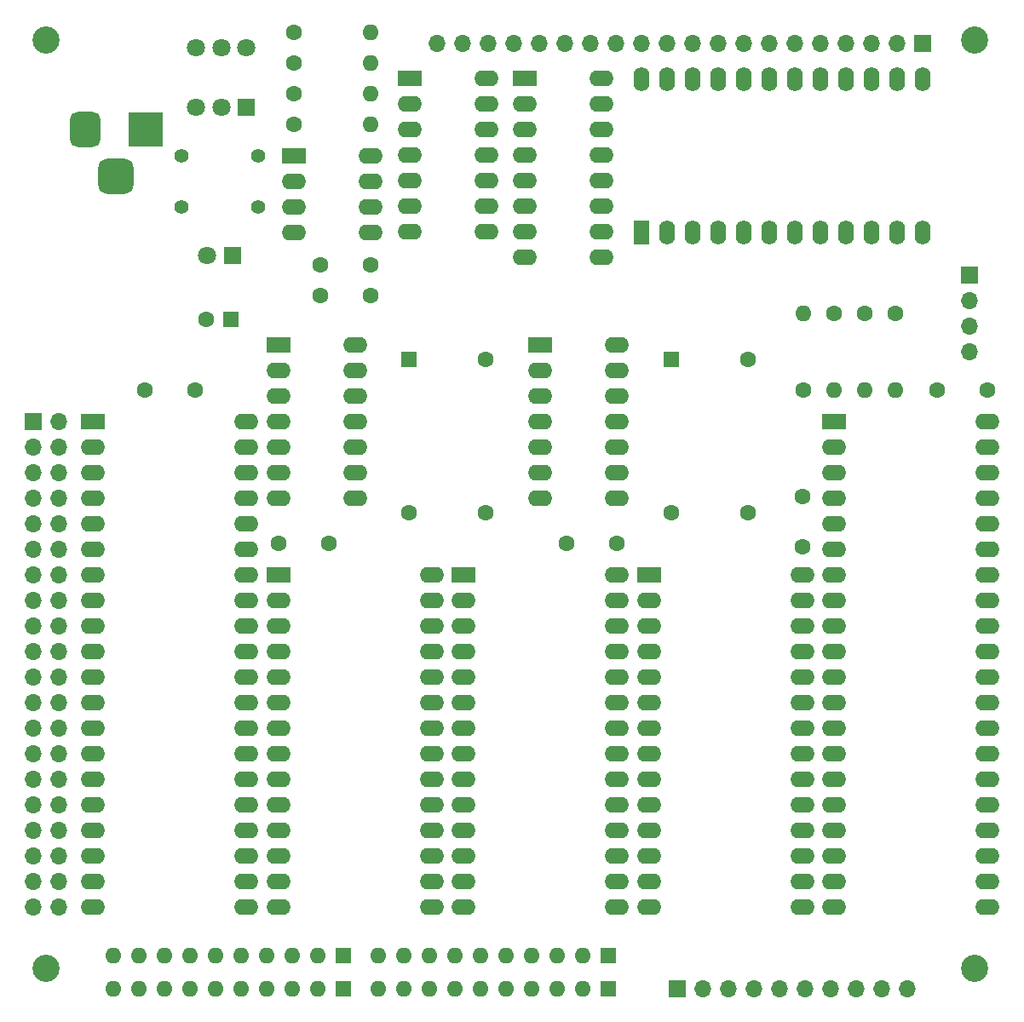
<source format=gbr>
%TF.GenerationSoftware,KiCad,Pcbnew,7.0.8*%
%TF.CreationDate,2023-11-05T23:51:00-05:00*%
%TF.ProjectId,jml-8-mini,6a6d6c2d-382d-46d6-996e-692e6b696361,B*%
%TF.SameCoordinates,Original*%
%TF.FileFunction,Soldermask,Top*%
%TF.FilePolarity,Negative*%
%FSLAX46Y46*%
G04 Gerber Fmt 4.6, Leading zero omitted, Abs format (unit mm)*
G04 Created by KiCad (PCBNEW 7.0.8) date 2023-11-05 23:51:00*
%MOMM*%
%LPD*%
G01*
G04 APERTURE LIST*
G04 Aperture macros list*
%AMRoundRect*
0 Rectangle with rounded corners*
0 $1 Rounding radius*
0 $2 $3 $4 $5 $6 $7 $8 $9 X,Y pos of 4 corners*
0 Add a 4 corners polygon primitive as box body*
4,1,4,$2,$3,$4,$5,$6,$7,$8,$9,$2,$3,0*
0 Add four circle primitives for the rounded corners*
1,1,$1+$1,$2,$3*
1,1,$1+$1,$4,$5*
1,1,$1+$1,$6,$7*
1,1,$1+$1,$8,$9*
0 Add four rect primitives between the rounded corners*
20,1,$1+$1,$2,$3,$4,$5,0*
20,1,$1+$1,$4,$5,$6,$7,0*
20,1,$1+$1,$6,$7,$8,$9,0*
20,1,$1+$1,$8,$9,$2,$3,0*%
G04 Aperture macros list end*
%ADD10C,1.600000*%
%ADD11R,1.600000X1.600000*%
%ADD12O,1.600000X1.600000*%
%ADD13R,2.400000X1.600000*%
%ADD14O,2.400000X1.600000*%
%ADD15R,1.800000X1.800000*%
%ADD16C,1.800000*%
%ADD17R,1.600000X2.400000*%
%ADD18O,1.600000X2.400000*%
%ADD19R,1.700000X1.700000*%
%ADD20O,1.700000X1.700000*%
%ADD21C,1.397000*%
%ADD22C,2.700000*%
%ADD23R,3.500000X3.500000*%
%ADD24RoundRect,0.750000X-0.750000X-1.000000X0.750000X-1.000000X0.750000X1.000000X-0.750000X1.000000X0*%
%ADD25RoundRect,0.875000X-0.875000X-0.875000X0.875000X-0.875000X0.875000X0.875000X-0.875000X0.875000X0*%
G04 APERTURE END LIST*
D10*
%TO.C,C3*%
X126318000Y-67183000D03*
X131318000Y-67183000D03*
%TD*%
D11*
%TO.C,C2*%
X117475000Y-72644000D03*
D10*
X114975000Y-72644000D03*
%TD*%
%TO.C,R1*%
X177419000Y-72009000D03*
D12*
X177419000Y-79629000D03*
%TD*%
D13*
%TO.C,U1*%
X103759000Y-82804000D03*
D14*
X103759000Y-85344000D03*
X103759000Y-87884000D03*
X103759000Y-90424000D03*
X103759000Y-92964000D03*
X103759000Y-95504000D03*
X103759000Y-98044000D03*
X103759000Y-100584000D03*
X103759000Y-103124000D03*
X103759000Y-105664000D03*
X103759000Y-108204000D03*
X103759000Y-110744000D03*
X103759000Y-113284000D03*
X103759000Y-115824000D03*
X103759000Y-118364000D03*
X103759000Y-120904000D03*
X103759000Y-123444000D03*
X103759000Y-125984000D03*
X103759000Y-128524000D03*
X103759000Y-131064000D03*
X118999000Y-131064000D03*
X118999000Y-128524000D03*
X118999000Y-125984000D03*
X118999000Y-123444000D03*
X118999000Y-120904000D03*
X118999000Y-118364000D03*
X118999000Y-115824000D03*
X118999000Y-113284000D03*
X118999000Y-110744000D03*
X118999000Y-108204000D03*
X118999000Y-105664000D03*
X118999000Y-103124000D03*
X118999000Y-100584000D03*
X118999000Y-98044000D03*
X118999000Y-95504000D03*
X118999000Y-92964000D03*
X118999000Y-90424000D03*
X118999000Y-87884000D03*
X118999000Y-85344000D03*
X118999000Y-82804000D03*
%TD*%
D11*
%TO.C,X2*%
X161226500Y-76581000D03*
D10*
X161226500Y-91821000D03*
X168846500Y-91821000D03*
X168846500Y-76581000D03*
%TD*%
D13*
%TO.C,U8*%
X146707332Y-48641000D03*
D14*
X146707332Y-51181000D03*
X146707332Y-53721000D03*
X146707332Y-56261000D03*
X146707332Y-58801000D03*
X146707332Y-61341000D03*
X146707332Y-63881000D03*
X146707332Y-66421000D03*
X154327332Y-66421000D03*
X154327332Y-63881000D03*
X154327332Y-61341000D03*
X154327332Y-58801000D03*
X154327332Y-56261000D03*
X154327332Y-53721000D03*
X154327332Y-51181000D03*
X154327332Y-48641000D03*
%TD*%
D15*
%TO.C,D1*%
X117602000Y-66294000D03*
D16*
X115062000Y-66294000D03*
%TD*%
D13*
%TO.C,U11*%
X123698000Y-56388000D03*
D14*
X123698000Y-58928000D03*
X123698000Y-61468000D03*
X123698000Y-64008000D03*
X131318000Y-64008000D03*
X131318000Y-61468000D03*
X131318000Y-58928000D03*
X131318000Y-56388000D03*
%TD*%
D13*
%TO.C,U3*%
X140589000Y-98044000D03*
D14*
X140589000Y-100584000D03*
X140589000Y-103124000D03*
X140589000Y-105664000D03*
X140589000Y-108204000D03*
X140589000Y-110744000D03*
X140589000Y-113284000D03*
X140589000Y-115824000D03*
X140589000Y-118364000D03*
X140589000Y-120904000D03*
X140589000Y-123444000D03*
X140589000Y-125984000D03*
X140589000Y-128524000D03*
X140589000Y-131064000D03*
X155829000Y-131064000D03*
X155829000Y-128524000D03*
X155829000Y-125984000D03*
X155829000Y-123444000D03*
X155829000Y-120904000D03*
X155829000Y-118364000D03*
X155829000Y-115824000D03*
X155829000Y-113284000D03*
X155829000Y-110744000D03*
X155829000Y-108204000D03*
X155829000Y-105664000D03*
X155829000Y-103124000D03*
X155829000Y-100584000D03*
X155829000Y-98044000D03*
%TD*%
D11*
%TO.C,RN3*%
X154940000Y-135890000D03*
D12*
X152400000Y-135890000D03*
X149860000Y-135890000D03*
X147320000Y-135890000D03*
X144780000Y-135890000D03*
X142240000Y-135890000D03*
X139700000Y-135890000D03*
X137160000Y-135890000D03*
X134620000Y-135890000D03*
X132080000Y-135890000D03*
%TD*%
D10*
%TO.C,C5*%
X127174000Y-94869000D03*
X122174000Y-94869000D03*
%TD*%
%TO.C,R4*%
X174371000Y-79629000D03*
D12*
X174371000Y-72009000D03*
%TD*%
D11*
%TO.C,RN4*%
X154940000Y-139192000D03*
D12*
X152400000Y-139192000D03*
X149860000Y-139192000D03*
X147320000Y-139192000D03*
X144780000Y-139192000D03*
X142240000Y-139192000D03*
X139700000Y-139192000D03*
X137160000Y-139192000D03*
X134620000Y-139192000D03*
X132080000Y-139192000D03*
%TD*%
D17*
%TO.C,U7*%
X158242000Y-64008000D03*
D18*
X160782000Y-64008000D03*
X163322000Y-64008000D03*
X165862000Y-64008000D03*
X168402000Y-64008000D03*
X170942000Y-64008000D03*
X173482000Y-64008000D03*
X176022000Y-64008000D03*
X178562000Y-64008000D03*
X181102000Y-64008000D03*
X183642000Y-64008000D03*
X186182000Y-64008000D03*
X186182000Y-48768000D03*
X183642000Y-48768000D03*
X181102000Y-48768000D03*
X178562000Y-48768000D03*
X176022000Y-48768000D03*
X173482000Y-48768000D03*
X170942000Y-48768000D03*
X168402000Y-48768000D03*
X165862000Y-48768000D03*
X163322000Y-48768000D03*
X160782000Y-48768000D03*
X158242000Y-48768000D03*
%TD*%
D13*
%TO.C,U5*%
X177419000Y-82804000D03*
D14*
X177419000Y-85344000D03*
X177419000Y-87884000D03*
X177419000Y-90424000D03*
X177419000Y-92964000D03*
X177419000Y-95504000D03*
X177419000Y-98044000D03*
X177419000Y-100584000D03*
X177419000Y-103124000D03*
X177419000Y-105664000D03*
X177419000Y-108204000D03*
X177419000Y-110744000D03*
X177419000Y-113284000D03*
X177419000Y-115824000D03*
X177419000Y-118364000D03*
X177419000Y-120904000D03*
X177419000Y-123444000D03*
X177419000Y-125984000D03*
X177419000Y-128524000D03*
X177419000Y-131064000D03*
X192659000Y-131064000D03*
X192659000Y-128524000D03*
X192659000Y-125984000D03*
X192659000Y-123444000D03*
X192659000Y-120904000D03*
X192659000Y-118364000D03*
X192659000Y-115824000D03*
X192659000Y-113284000D03*
X192659000Y-110744000D03*
X192659000Y-108204000D03*
X192659000Y-105664000D03*
X192659000Y-103124000D03*
X192659000Y-100584000D03*
X192659000Y-98044000D03*
X192659000Y-95504000D03*
X192659000Y-92964000D03*
X192659000Y-90424000D03*
X192659000Y-87884000D03*
X192659000Y-85344000D03*
X192659000Y-82804000D03*
%TD*%
D11*
%TO.C,RN2*%
X128651000Y-139192000D03*
D12*
X126111000Y-139192000D03*
X123571000Y-139192000D03*
X121031000Y-139192000D03*
X118491000Y-139192000D03*
X115951000Y-139192000D03*
X113411000Y-139192000D03*
X110871000Y-139192000D03*
X108331000Y-139192000D03*
X105791000Y-139192000D03*
%TD*%
D10*
%TO.C,C4*%
X113879000Y-79629000D03*
X108879000Y-79629000D03*
%TD*%
D13*
%TO.C,U9*%
X135202666Y-48636000D03*
D14*
X135202666Y-51176000D03*
X135202666Y-53716000D03*
X135202666Y-56256000D03*
X135202666Y-58796000D03*
X135202666Y-61336000D03*
X135202666Y-63876000D03*
X142822666Y-63876000D03*
X142822666Y-61336000D03*
X142822666Y-58796000D03*
X142822666Y-56256000D03*
X142822666Y-53716000D03*
X142822666Y-51176000D03*
X142822666Y-48636000D03*
%TD*%
D19*
%TO.C,J2*%
X161798000Y-139192000D03*
D20*
X164338000Y-139192000D03*
X166878000Y-139192000D03*
X169418000Y-139192000D03*
X171958000Y-139192000D03*
X174498000Y-139192000D03*
X177038000Y-139192000D03*
X179578000Y-139192000D03*
X182118000Y-139192000D03*
X184658000Y-139192000D03*
%TD*%
D21*
%TO.C,SW1*%
X120142000Y-61468000D03*
X112522000Y-61468000D03*
X120142000Y-56388000D03*
X112522000Y-56388000D03*
%TD*%
D10*
%TO.C,R2*%
X180467000Y-72009000D03*
D12*
X180467000Y-79629000D03*
%TD*%
D13*
%TO.C,U4*%
X159004000Y-98044000D03*
D14*
X159004000Y-100584000D03*
X159004000Y-103124000D03*
X159004000Y-105664000D03*
X159004000Y-108204000D03*
X159004000Y-110744000D03*
X159004000Y-113284000D03*
X159004000Y-115824000D03*
X159004000Y-118364000D03*
X159004000Y-120904000D03*
X159004000Y-123444000D03*
X159004000Y-125984000D03*
X159004000Y-128524000D03*
X159004000Y-131064000D03*
X174244000Y-131064000D03*
X174244000Y-128524000D03*
X174244000Y-125984000D03*
X174244000Y-123444000D03*
X174244000Y-120904000D03*
X174244000Y-118364000D03*
X174244000Y-115824000D03*
X174244000Y-113284000D03*
X174244000Y-110744000D03*
X174244000Y-108204000D03*
X174244000Y-105664000D03*
X174244000Y-103124000D03*
X174244000Y-100584000D03*
X174244000Y-98044000D03*
%TD*%
D19*
%TO.C,J6*%
X97790000Y-82804000D03*
D20*
X100330000Y-82804000D03*
X97790000Y-85344000D03*
X100330000Y-85344000D03*
X97790000Y-87884000D03*
X100330000Y-87884000D03*
X97790000Y-90424000D03*
X100330000Y-90424000D03*
X97790000Y-92964000D03*
X100330000Y-92964000D03*
X97790000Y-95504000D03*
X100330000Y-95504000D03*
X97790000Y-98044000D03*
X100330000Y-98044000D03*
X97790000Y-100584000D03*
X100330000Y-100584000D03*
X97790000Y-103124000D03*
X100330000Y-103124000D03*
X97790000Y-105664000D03*
X100330000Y-105664000D03*
X97790000Y-108204000D03*
X100330000Y-108204000D03*
X97790000Y-110744000D03*
X100330000Y-110744000D03*
X97790000Y-113284000D03*
X100330000Y-113284000D03*
X97790000Y-115824000D03*
X100330000Y-115824000D03*
X97790000Y-118364000D03*
X100330000Y-118364000D03*
X97790000Y-120904000D03*
X100330000Y-120904000D03*
X97790000Y-123444000D03*
X100330000Y-123444000D03*
X97790000Y-125984000D03*
X100330000Y-125984000D03*
X97790000Y-128524000D03*
X100330000Y-128524000D03*
X97790000Y-131064000D03*
X100330000Y-131064000D03*
%TD*%
D22*
%TO.C,H4*%
X191389000Y-137160000D03*
%TD*%
D23*
%TO.C,J1*%
X108997000Y-53721000D03*
D24*
X102997000Y-53721000D03*
D25*
X105997000Y-58421000D03*
%TD*%
D15*
%TO.C,SW2*%
X118999000Y-51562000D03*
D16*
X116499000Y-51562000D03*
X113999000Y-51562000D03*
X118999000Y-45562000D03*
X116499000Y-45562000D03*
X113999000Y-45562000D03*
%TD*%
D10*
%TO.C,R8*%
X123718000Y-44069000D03*
D12*
X131338000Y-44069000D03*
%TD*%
D10*
%TO.C,C8*%
X192659000Y-79629000D03*
X187659000Y-79629000D03*
%TD*%
%TO.C,R6*%
X123728000Y-50160000D03*
D12*
X131348000Y-50160000D03*
%TD*%
D19*
%TO.C,J5*%
X186182000Y-45212000D03*
D20*
X183642000Y-45212000D03*
X181102000Y-45212000D03*
X178562000Y-45212000D03*
X176022000Y-45212000D03*
X173482000Y-45212000D03*
X170942000Y-45212000D03*
X168402000Y-45212000D03*
X165862000Y-45212000D03*
X163322000Y-45212000D03*
X160782000Y-45212000D03*
X158242000Y-45212000D03*
X155702000Y-45212000D03*
X153162000Y-45212000D03*
X150622000Y-45212000D03*
X148082000Y-45212000D03*
X145542000Y-45212000D03*
X143002000Y-45212000D03*
X140462000Y-45212000D03*
X137922000Y-45212000D03*
%TD*%
D10*
%TO.C,R5*%
X123728000Y-53208000D03*
D12*
X131348000Y-53208000D03*
%TD*%
D22*
%TO.C,H2*%
X191389000Y-44831000D03*
%TD*%
D10*
%TO.C,R7*%
X123718000Y-47112000D03*
D12*
X131338000Y-47112000D03*
%TD*%
D22*
%TO.C,H3*%
X99060000Y-137160000D03*
%TD*%
D11*
%TO.C,RN1*%
X128651000Y-135890000D03*
D12*
X126111000Y-135890000D03*
X123571000Y-135890000D03*
X121031000Y-135890000D03*
X118491000Y-135890000D03*
X115951000Y-135890000D03*
X113411000Y-135890000D03*
X110871000Y-135890000D03*
X108331000Y-135890000D03*
X105791000Y-135890000D03*
%TD*%
D22*
%TO.C,H1*%
X99060000Y-44831000D03*
%TD*%
D10*
%TO.C,C1*%
X126318000Y-70231000D03*
X131318000Y-70231000D03*
%TD*%
%TO.C,C6*%
X155829000Y-94869000D03*
X150829000Y-94869000D03*
%TD*%
D13*
%TO.C,U2*%
X122174000Y-98044000D03*
D14*
X122174000Y-100584000D03*
X122174000Y-103124000D03*
X122174000Y-105664000D03*
X122174000Y-108204000D03*
X122174000Y-110744000D03*
X122174000Y-113284000D03*
X122174000Y-115824000D03*
X122174000Y-118364000D03*
X122174000Y-120904000D03*
X122174000Y-123444000D03*
X122174000Y-125984000D03*
X122174000Y-128524000D03*
X122174000Y-131064000D03*
X137414000Y-131064000D03*
X137414000Y-128524000D03*
X137414000Y-125984000D03*
X137414000Y-123444000D03*
X137414000Y-120904000D03*
X137414000Y-118364000D03*
X137414000Y-115824000D03*
X137414000Y-113284000D03*
X137414000Y-110744000D03*
X137414000Y-108204000D03*
X137414000Y-105664000D03*
X137414000Y-103124000D03*
X137414000Y-100584000D03*
X137414000Y-98044000D03*
%TD*%
D10*
%TO.C,R3*%
X183515000Y-72009000D03*
D12*
X183515000Y-79629000D03*
%TD*%
D19*
%TO.C,J3*%
X190881000Y-68199000D03*
D20*
X190881000Y-70739000D03*
X190881000Y-73279000D03*
X190881000Y-75819000D03*
%TD*%
D10*
%TO.C,C7*%
X174244000Y-95250000D03*
X174244000Y-90250000D03*
%TD*%
D13*
%TO.C,U6*%
X122174000Y-75184000D03*
D14*
X122174000Y-77724000D03*
X122174000Y-80264000D03*
X122174000Y-82804000D03*
X122174000Y-85344000D03*
X122174000Y-87884000D03*
X122174000Y-90424000D03*
X129794000Y-90424000D03*
X129794000Y-87884000D03*
X129794000Y-85344000D03*
X129794000Y-82804000D03*
X129794000Y-80264000D03*
X129794000Y-77724000D03*
X129794000Y-75184000D03*
%TD*%
D11*
%TO.C,X1*%
X135181500Y-76581000D03*
D10*
X135181500Y-91821000D03*
X142801500Y-91821000D03*
X142801500Y-76581000D03*
%TD*%
D13*
%TO.C,U10*%
X148209000Y-75179000D03*
D14*
X148209000Y-77719000D03*
X148209000Y-80259000D03*
X148209000Y-82799000D03*
X148209000Y-85339000D03*
X148209000Y-87879000D03*
X148209000Y-90419000D03*
X155829000Y-90419000D03*
X155829000Y-87879000D03*
X155829000Y-85339000D03*
X155829000Y-82799000D03*
X155829000Y-80259000D03*
X155829000Y-77719000D03*
X155829000Y-75179000D03*
%TD*%
M02*

</source>
